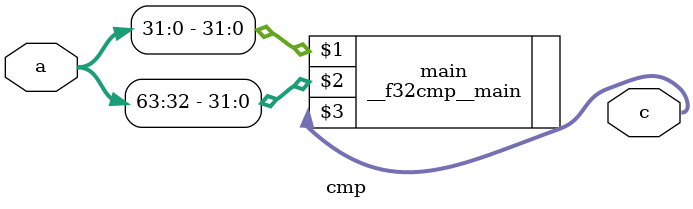
<source format=v>
`include "f32cmp.opt.v"

module main(input wire [31:0] a, input wire [31:0] b, output wire c);
   cmp cmp_0({ a, b }, c);
endmodule // main

(* private *)
module cmp(input wire [63:0] a, output wire [31:0] c);
   __f32cmp__main main(a[31:0], a[63:32], c);
endmodule // cmp

</source>
